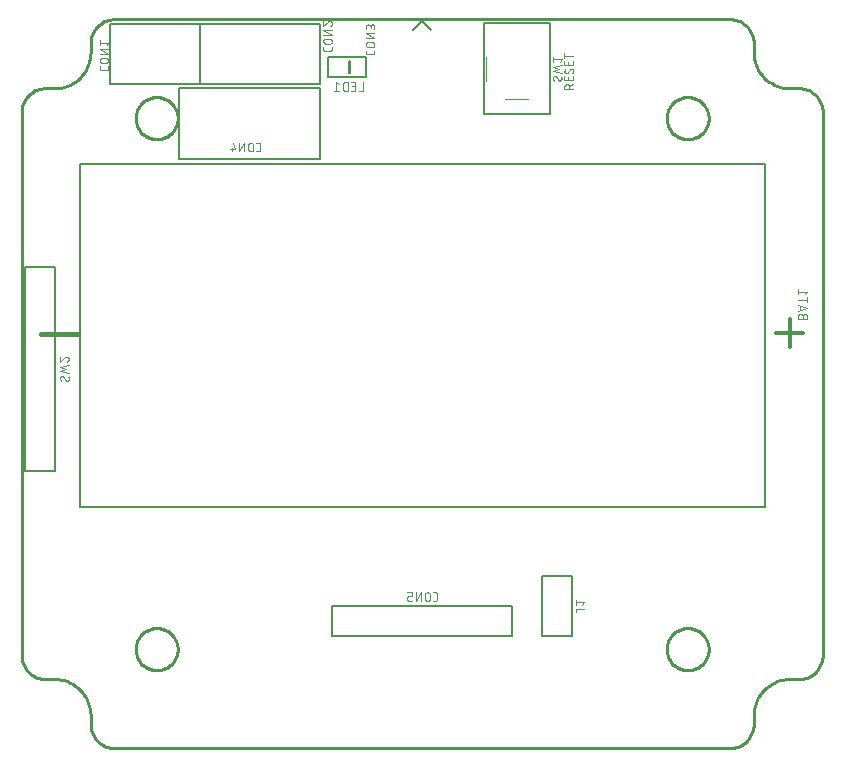
<source format=gbr>
G04 EAGLE Gerber RS-274X export*
G75*
%MOMM*%
%FSLAX34Y34*%
%LPD*%
%INSilkscreen Bottom*%
%IPPOS*%
%AMOC8*
5,1,8,0,0,1.08239X$1,22.5*%
G01*
%ADD10C,0.304800*%
%ADD11C,0.406400*%
%ADD12C,0.076200*%
%ADD13C,0.127000*%
%ADD14C,0.200000*%
%ADD15C,0.254000*%


D10*
X650155Y339598D02*
X650155Y362966D01*
X638471Y351282D02*
X661839Y351282D01*
D11*
X47498Y350407D02*
X16341Y350407D01*
D12*
X459613Y557911D02*
X466979Y557911D01*
X459613Y557911D02*
X459613Y559957D01*
X459615Y560046D01*
X459621Y560135D01*
X459631Y560224D01*
X459644Y560312D01*
X459661Y560400D01*
X459683Y560487D01*
X459708Y560572D01*
X459736Y560657D01*
X459769Y560740D01*
X459805Y560822D01*
X459844Y560902D01*
X459887Y560980D01*
X459933Y561056D01*
X459983Y561131D01*
X460036Y561203D01*
X460092Y561272D01*
X460151Y561339D01*
X460212Y561404D01*
X460277Y561465D01*
X460344Y561524D01*
X460413Y561580D01*
X460485Y561633D01*
X460560Y561683D01*
X460636Y561729D01*
X460714Y561772D01*
X460794Y561811D01*
X460876Y561847D01*
X460959Y561880D01*
X461044Y561908D01*
X461129Y561933D01*
X461216Y561955D01*
X461304Y561972D01*
X461392Y561985D01*
X461481Y561995D01*
X461570Y562001D01*
X461659Y562003D01*
X461748Y562001D01*
X461837Y561995D01*
X461926Y561985D01*
X462014Y561972D01*
X462102Y561955D01*
X462189Y561933D01*
X462274Y561908D01*
X462359Y561880D01*
X462442Y561847D01*
X462524Y561811D01*
X462604Y561772D01*
X462682Y561729D01*
X462758Y561683D01*
X462833Y561633D01*
X462905Y561580D01*
X462974Y561524D01*
X463041Y561465D01*
X463106Y561404D01*
X463167Y561339D01*
X463226Y561272D01*
X463282Y561203D01*
X463335Y561131D01*
X463385Y561056D01*
X463431Y560980D01*
X463474Y560902D01*
X463513Y560822D01*
X463549Y560740D01*
X463582Y560657D01*
X463610Y560572D01*
X463635Y560487D01*
X463657Y560400D01*
X463674Y560312D01*
X463687Y560224D01*
X463697Y560135D01*
X463703Y560046D01*
X463705Y559957D01*
X463705Y557911D01*
X463705Y560366D02*
X466979Y562003D01*
X466979Y565435D02*
X466979Y568708D01*
X466979Y565435D02*
X459613Y565435D01*
X459613Y568708D01*
X462887Y567890D02*
X462887Y565435D01*
X466979Y573726D02*
X466977Y573804D01*
X466972Y573882D01*
X466962Y573959D01*
X466949Y574036D01*
X466933Y574112D01*
X466913Y574187D01*
X466889Y574261D01*
X466862Y574334D01*
X466831Y574406D01*
X466797Y574476D01*
X466760Y574545D01*
X466719Y574611D01*
X466675Y574676D01*
X466629Y574738D01*
X466579Y574798D01*
X466527Y574856D01*
X466472Y574911D01*
X466414Y574963D01*
X466354Y575013D01*
X466292Y575059D01*
X466227Y575103D01*
X466161Y575144D01*
X466092Y575181D01*
X466022Y575215D01*
X465950Y575246D01*
X465877Y575273D01*
X465803Y575297D01*
X465728Y575317D01*
X465652Y575333D01*
X465575Y575346D01*
X465498Y575356D01*
X465420Y575361D01*
X465342Y575363D01*
X466979Y573726D02*
X466977Y573612D01*
X466972Y573499D01*
X466962Y573385D01*
X466949Y573272D01*
X466932Y573160D01*
X466912Y573048D01*
X466888Y572937D01*
X466860Y572826D01*
X466829Y572717D01*
X466794Y572609D01*
X466755Y572502D01*
X466713Y572396D01*
X466668Y572292D01*
X466619Y572189D01*
X466566Y572088D01*
X466511Y571989D01*
X466452Y571891D01*
X466390Y571796D01*
X466325Y571703D01*
X466257Y571611D01*
X466186Y571523D01*
X466112Y571436D01*
X466035Y571352D01*
X465956Y571271D01*
X461250Y571476D02*
X461172Y571478D01*
X461094Y571483D01*
X461017Y571493D01*
X460940Y571506D01*
X460864Y571522D01*
X460789Y571542D01*
X460715Y571566D01*
X460642Y571593D01*
X460570Y571624D01*
X460500Y571658D01*
X460432Y571695D01*
X460365Y571736D01*
X460300Y571780D01*
X460238Y571826D01*
X460178Y571876D01*
X460120Y571928D01*
X460065Y571983D01*
X460013Y572041D01*
X459963Y572101D01*
X459917Y572163D01*
X459873Y572228D01*
X459832Y572295D01*
X459795Y572363D01*
X459761Y572433D01*
X459730Y572505D01*
X459703Y572578D01*
X459679Y572652D01*
X459659Y572727D01*
X459643Y572803D01*
X459630Y572880D01*
X459620Y572957D01*
X459615Y573035D01*
X459613Y573113D01*
X459615Y573223D01*
X459621Y573332D01*
X459631Y573442D01*
X459644Y573550D01*
X459662Y573659D01*
X459683Y573766D01*
X459709Y573873D01*
X459738Y573979D01*
X459770Y574084D01*
X459807Y574187D01*
X459847Y574289D01*
X459891Y574390D01*
X459939Y574489D01*
X459989Y574586D01*
X460044Y574681D01*
X460102Y574774D01*
X460163Y574865D01*
X460227Y574954D01*
X462682Y572294D02*
X462640Y572228D01*
X462596Y572163D01*
X462548Y572101D01*
X462498Y572041D01*
X462445Y571983D01*
X462389Y571928D01*
X462331Y571875D01*
X462270Y571826D01*
X462207Y571779D01*
X462142Y571735D01*
X462075Y571695D01*
X462006Y571658D01*
X461935Y571624D01*
X461863Y571593D01*
X461789Y571566D01*
X461714Y571542D01*
X461639Y571522D01*
X461562Y571506D01*
X461485Y571493D01*
X461407Y571483D01*
X461328Y571478D01*
X461250Y571476D01*
X463909Y574545D02*
X463951Y574612D01*
X463995Y574677D01*
X464043Y574739D01*
X464093Y574799D01*
X464146Y574857D01*
X464202Y574912D01*
X464261Y574964D01*
X464321Y575014D01*
X464385Y575061D01*
X464450Y575104D01*
X464517Y575145D01*
X464586Y575182D01*
X464657Y575216D01*
X464729Y575247D01*
X464803Y575274D01*
X464877Y575298D01*
X464953Y575318D01*
X465030Y575334D01*
X465107Y575347D01*
X465185Y575357D01*
X465264Y575362D01*
X465342Y575364D01*
X463910Y574545D02*
X462682Y572294D01*
X466979Y578602D02*
X466979Y581876D01*
X466979Y578602D02*
X459613Y578602D01*
X459613Y581876D01*
X462887Y581057D02*
X462887Y578602D01*
X459613Y586241D02*
X466979Y586241D01*
X459613Y584195D02*
X459613Y588287D01*
D13*
X346710Y608330D02*
X339090Y615950D01*
X331470Y608330D01*
D12*
X291387Y590699D02*
X291387Y589062D01*
X291389Y588984D01*
X291394Y588906D01*
X291404Y588829D01*
X291417Y588752D01*
X291433Y588676D01*
X291453Y588601D01*
X291477Y588527D01*
X291504Y588454D01*
X291535Y588382D01*
X291569Y588312D01*
X291606Y588244D01*
X291647Y588177D01*
X291691Y588112D01*
X291737Y588050D01*
X291787Y587990D01*
X291839Y587932D01*
X291894Y587877D01*
X291952Y587825D01*
X292012Y587775D01*
X292074Y587729D01*
X292139Y587685D01*
X292206Y587644D01*
X292274Y587607D01*
X292344Y587573D01*
X292416Y587542D01*
X292489Y587515D01*
X292563Y587491D01*
X292638Y587471D01*
X292714Y587455D01*
X292791Y587442D01*
X292868Y587432D01*
X292946Y587427D01*
X293024Y587425D01*
X297116Y587425D01*
X297194Y587427D01*
X297272Y587432D01*
X297349Y587442D01*
X297426Y587455D01*
X297502Y587471D01*
X297577Y587491D01*
X297651Y587515D01*
X297724Y587542D01*
X297796Y587573D01*
X297866Y587607D01*
X297935Y587644D01*
X298001Y587685D01*
X298066Y587729D01*
X298128Y587775D01*
X298188Y587825D01*
X298246Y587877D01*
X298301Y587932D01*
X298353Y587990D01*
X298403Y588050D01*
X298449Y588112D01*
X298493Y588177D01*
X298534Y588244D01*
X298571Y588312D01*
X298605Y588382D01*
X298636Y588454D01*
X298663Y588527D01*
X298687Y588601D01*
X298707Y588676D01*
X298723Y588752D01*
X298736Y588829D01*
X298746Y588906D01*
X298751Y588984D01*
X298753Y589062D01*
X298753Y590699D01*
X296707Y593544D02*
X293433Y593544D01*
X296707Y593544D02*
X296796Y593546D01*
X296885Y593552D01*
X296974Y593562D01*
X297062Y593575D01*
X297150Y593592D01*
X297237Y593614D01*
X297322Y593639D01*
X297407Y593667D01*
X297490Y593700D01*
X297572Y593736D01*
X297652Y593775D01*
X297730Y593818D01*
X297806Y593864D01*
X297881Y593914D01*
X297953Y593967D01*
X298022Y594023D01*
X298089Y594082D01*
X298154Y594143D01*
X298215Y594208D01*
X298274Y594275D01*
X298330Y594344D01*
X298383Y594416D01*
X298433Y594491D01*
X298479Y594567D01*
X298522Y594645D01*
X298561Y594725D01*
X298597Y594807D01*
X298630Y594890D01*
X298658Y594975D01*
X298683Y595060D01*
X298705Y595147D01*
X298722Y595235D01*
X298735Y595323D01*
X298745Y595412D01*
X298751Y595501D01*
X298753Y595590D01*
X298751Y595679D01*
X298745Y595768D01*
X298735Y595857D01*
X298722Y595945D01*
X298705Y596033D01*
X298683Y596120D01*
X298658Y596205D01*
X298630Y596290D01*
X298597Y596373D01*
X298561Y596455D01*
X298522Y596535D01*
X298479Y596613D01*
X298433Y596689D01*
X298383Y596764D01*
X298330Y596836D01*
X298274Y596905D01*
X298215Y596972D01*
X298154Y597037D01*
X298089Y597098D01*
X298022Y597157D01*
X297953Y597213D01*
X297881Y597266D01*
X297806Y597316D01*
X297730Y597362D01*
X297652Y597405D01*
X297572Y597444D01*
X297490Y597480D01*
X297407Y597513D01*
X297322Y597541D01*
X297237Y597566D01*
X297150Y597588D01*
X297062Y597605D01*
X296974Y597618D01*
X296885Y597628D01*
X296796Y597634D01*
X296707Y597636D01*
X296707Y597637D02*
X293433Y597637D01*
X293433Y597636D02*
X293344Y597634D01*
X293255Y597628D01*
X293166Y597618D01*
X293078Y597605D01*
X292990Y597588D01*
X292903Y597566D01*
X292818Y597541D01*
X292733Y597513D01*
X292650Y597480D01*
X292568Y597444D01*
X292488Y597405D01*
X292410Y597362D01*
X292334Y597316D01*
X292259Y597266D01*
X292187Y597213D01*
X292118Y597157D01*
X292051Y597098D01*
X291986Y597037D01*
X291925Y596972D01*
X291866Y596905D01*
X291810Y596836D01*
X291757Y596764D01*
X291707Y596689D01*
X291661Y596613D01*
X291618Y596535D01*
X291579Y596455D01*
X291543Y596373D01*
X291510Y596290D01*
X291482Y596205D01*
X291457Y596120D01*
X291435Y596033D01*
X291418Y595945D01*
X291405Y595857D01*
X291395Y595768D01*
X291389Y595679D01*
X291387Y595590D01*
X291389Y595501D01*
X291395Y595412D01*
X291405Y595323D01*
X291418Y595235D01*
X291435Y595147D01*
X291457Y595060D01*
X291482Y594975D01*
X291510Y594890D01*
X291543Y594807D01*
X291579Y594725D01*
X291618Y594645D01*
X291661Y594567D01*
X291707Y594491D01*
X291757Y594416D01*
X291810Y594344D01*
X291866Y594275D01*
X291925Y594208D01*
X291986Y594143D01*
X292051Y594082D01*
X292118Y594023D01*
X292187Y593967D01*
X292259Y593914D01*
X292334Y593864D01*
X292410Y593818D01*
X292488Y593775D01*
X292568Y593736D01*
X292650Y593700D01*
X292733Y593667D01*
X292818Y593639D01*
X292903Y593614D01*
X292990Y593592D01*
X293078Y593575D01*
X293166Y593562D01*
X293255Y593552D01*
X293344Y593546D01*
X293433Y593544D01*
X291387Y601103D02*
X298753Y601103D01*
X291387Y605196D01*
X298753Y605196D01*
X291387Y608662D02*
X291387Y610709D01*
X291389Y610798D01*
X291395Y610887D01*
X291405Y610976D01*
X291418Y611064D01*
X291435Y611152D01*
X291457Y611239D01*
X291482Y611324D01*
X291510Y611409D01*
X291543Y611492D01*
X291579Y611574D01*
X291618Y611654D01*
X291661Y611732D01*
X291707Y611808D01*
X291757Y611883D01*
X291810Y611955D01*
X291866Y612024D01*
X291925Y612091D01*
X291986Y612156D01*
X292051Y612217D01*
X292118Y612276D01*
X292187Y612332D01*
X292259Y612385D01*
X292334Y612435D01*
X292410Y612481D01*
X292488Y612524D01*
X292568Y612563D01*
X292650Y612599D01*
X292733Y612632D01*
X292818Y612660D01*
X292903Y612685D01*
X292990Y612707D01*
X293078Y612724D01*
X293166Y612737D01*
X293255Y612747D01*
X293344Y612753D01*
X293433Y612755D01*
X293522Y612753D01*
X293611Y612747D01*
X293700Y612737D01*
X293788Y612724D01*
X293876Y612707D01*
X293963Y612685D01*
X294048Y612660D01*
X294133Y612632D01*
X294216Y612599D01*
X294298Y612563D01*
X294378Y612524D01*
X294456Y612481D01*
X294532Y612435D01*
X294607Y612385D01*
X294679Y612332D01*
X294748Y612276D01*
X294815Y612217D01*
X294880Y612156D01*
X294941Y612091D01*
X295000Y612024D01*
X295056Y611955D01*
X295109Y611883D01*
X295159Y611808D01*
X295205Y611732D01*
X295248Y611654D01*
X295287Y611574D01*
X295323Y611492D01*
X295356Y611409D01*
X295384Y611324D01*
X295409Y611239D01*
X295431Y611152D01*
X295448Y611064D01*
X295461Y610976D01*
X295471Y610887D01*
X295477Y610798D01*
X295479Y610709D01*
X298753Y611118D02*
X298753Y608662D01*
X298753Y611118D02*
X298751Y611197D01*
X298745Y611276D01*
X298736Y611355D01*
X298723Y611433D01*
X298705Y611510D01*
X298685Y611586D01*
X298660Y611661D01*
X298632Y611735D01*
X298601Y611808D01*
X298565Y611879D01*
X298527Y611948D01*
X298485Y612015D01*
X298440Y612080D01*
X298392Y612143D01*
X298341Y612204D01*
X298287Y612261D01*
X298231Y612317D01*
X298172Y612369D01*
X298110Y612419D01*
X298046Y612465D01*
X297980Y612509D01*
X297912Y612549D01*
X297842Y612585D01*
X297770Y612619D01*
X297696Y612649D01*
X297622Y612675D01*
X297546Y612698D01*
X297469Y612716D01*
X297392Y612732D01*
X297313Y612743D01*
X297235Y612751D01*
X297156Y612755D01*
X297076Y612755D01*
X296997Y612751D01*
X296919Y612743D01*
X296840Y612732D01*
X296763Y612716D01*
X296686Y612698D01*
X296610Y612675D01*
X296536Y612649D01*
X296462Y612619D01*
X296390Y612585D01*
X296320Y612549D01*
X296252Y612509D01*
X296186Y612465D01*
X296122Y612419D01*
X296060Y612369D01*
X296001Y612317D01*
X295945Y612261D01*
X295891Y612204D01*
X295840Y612143D01*
X295792Y612080D01*
X295747Y612015D01*
X295705Y611948D01*
X295667Y611879D01*
X295631Y611808D01*
X295600Y611735D01*
X295572Y611661D01*
X295547Y611586D01*
X295527Y611510D01*
X295509Y611433D01*
X295496Y611355D01*
X295487Y611276D01*
X295481Y611197D01*
X295479Y611118D01*
X295479Y609481D01*
D13*
X151130Y613410D02*
X151130Y562610D01*
X151130Y613410D02*
X74930Y613410D01*
X74930Y562610D01*
X151130Y562610D01*
D12*
X66167Y575712D02*
X66167Y577349D01*
X66167Y575712D02*
X66169Y575634D01*
X66174Y575556D01*
X66184Y575479D01*
X66197Y575402D01*
X66213Y575326D01*
X66233Y575251D01*
X66257Y575177D01*
X66284Y575104D01*
X66315Y575032D01*
X66349Y574962D01*
X66386Y574894D01*
X66427Y574827D01*
X66471Y574762D01*
X66517Y574700D01*
X66567Y574640D01*
X66619Y574582D01*
X66674Y574527D01*
X66732Y574475D01*
X66792Y574425D01*
X66854Y574379D01*
X66919Y574335D01*
X66986Y574294D01*
X67054Y574257D01*
X67124Y574223D01*
X67196Y574192D01*
X67269Y574165D01*
X67343Y574141D01*
X67418Y574121D01*
X67494Y574105D01*
X67571Y574092D01*
X67648Y574082D01*
X67726Y574077D01*
X67804Y574075D01*
X71896Y574075D01*
X71974Y574077D01*
X72052Y574082D01*
X72129Y574092D01*
X72206Y574105D01*
X72282Y574121D01*
X72357Y574141D01*
X72431Y574165D01*
X72504Y574192D01*
X72576Y574223D01*
X72646Y574257D01*
X72715Y574294D01*
X72781Y574335D01*
X72846Y574379D01*
X72908Y574425D01*
X72968Y574475D01*
X73026Y574527D01*
X73081Y574582D01*
X73133Y574640D01*
X73183Y574700D01*
X73229Y574762D01*
X73273Y574827D01*
X73314Y574894D01*
X73351Y574962D01*
X73385Y575032D01*
X73416Y575104D01*
X73443Y575177D01*
X73467Y575251D01*
X73487Y575326D01*
X73503Y575402D01*
X73516Y575479D01*
X73526Y575556D01*
X73531Y575634D01*
X73533Y575712D01*
X73533Y577349D01*
X71487Y580194D02*
X68213Y580194D01*
X71487Y580194D02*
X71576Y580196D01*
X71665Y580202D01*
X71754Y580212D01*
X71842Y580225D01*
X71930Y580242D01*
X72017Y580264D01*
X72102Y580289D01*
X72187Y580317D01*
X72270Y580350D01*
X72352Y580386D01*
X72432Y580425D01*
X72510Y580468D01*
X72586Y580514D01*
X72661Y580564D01*
X72733Y580617D01*
X72802Y580673D01*
X72869Y580732D01*
X72934Y580793D01*
X72995Y580858D01*
X73054Y580925D01*
X73110Y580994D01*
X73163Y581066D01*
X73213Y581141D01*
X73259Y581217D01*
X73302Y581295D01*
X73341Y581375D01*
X73377Y581457D01*
X73410Y581540D01*
X73438Y581625D01*
X73463Y581710D01*
X73485Y581797D01*
X73502Y581885D01*
X73515Y581973D01*
X73525Y582062D01*
X73531Y582151D01*
X73533Y582240D01*
X73531Y582329D01*
X73525Y582418D01*
X73515Y582507D01*
X73502Y582595D01*
X73485Y582683D01*
X73463Y582770D01*
X73438Y582855D01*
X73410Y582940D01*
X73377Y583023D01*
X73341Y583105D01*
X73302Y583185D01*
X73259Y583263D01*
X73213Y583339D01*
X73163Y583414D01*
X73110Y583486D01*
X73054Y583555D01*
X72995Y583622D01*
X72934Y583687D01*
X72869Y583748D01*
X72802Y583807D01*
X72733Y583863D01*
X72661Y583916D01*
X72586Y583966D01*
X72510Y584012D01*
X72432Y584055D01*
X72352Y584094D01*
X72270Y584130D01*
X72187Y584163D01*
X72102Y584191D01*
X72017Y584216D01*
X71930Y584238D01*
X71842Y584255D01*
X71754Y584268D01*
X71665Y584278D01*
X71576Y584284D01*
X71487Y584286D01*
X71487Y584287D02*
X68213Y584287D01*
X68213Y584286D02*
X68124Y584284D01*
X68035Y584278D01*
X67946Y584268D01*
X67858Y584255D01*
X67770Y584238D01*
X67683Y584216D01*
X67598Y584191D01*
X67513Y584163D01*
X67430Y584130D01*
X67348Y584094D01*
X67268Y584055D01*
X67190Y584012D01*
X67114Y583966D01*
X67039Y583916D01*
X66967Y583863D01*
X66898Y583807D01*
X66831Y583748D01*
X66766Y583687D01*
X66705Y583622D01*
X66646Y583555D01*
X66590Y583486D01*
X66537Y583414D01*
X66487Y583339D01*
X66441Y583263D01*
X66398Y583185D01*
X66359Y583105D01*
X66323Y583023D01*
X66290Y582940D01*
X66262Y582855D01*
X66237Y582770D01*
X66215Y582683D01*
X66198Y582595D01*
X66185Y582507D01*
X66175Y582418D01*
X66169Y582329D01*
X66167Y582240D01*
X66169Y582151D01*
X66175Y582062D01*
X66185Y581973D01*
X66198Y581885D01*
X66215Y581797D01*
X66237Y581710D01*
X66262Y581625D01*
X66290Y581540D01*
X66323Y581457D01*
X66359Y581375D01*
X66398Y581295D01*
X66441Y581217D01*
X66487Y581141D01*
X66537Y581066D01*
X66590Y580994D01*
X66646Y580925D01*
X66705Y580858D01*
X66766Y580793D01*
X66831Y580732D01*
X66898Y580673D01*
X66967Y580617D01*
X67039Y580564D01*
X67114Y580514D01*
X67190Y580468D01*
X67268Y580425D01*
X67348Y580386D01*
X67430Y580350D01*
X67513Y580317D01*
X67598Y580289D01*
X67683Y580264D01*
X67770Y580242D01*
X67858Y580225D01*
X67946Y580212D01*
X68035Y580202D01*
X68124Y580196D01*
X68213Y580194D01*
X66167Y587753D02*
X73533Y587753D01*
X66167Y591846D01*
X73533Y591846D01*
X71896Y595312D02*
X73533Y597359D01*
X66167Y597359D01*
X66167Y599405D02*
X66167Y595312D01*
D13*
X133350Y499110D02*
X252730Y499110D01*
X252730Y558800D01*
X133350Y558800D01*
X133350Y499110D01*
D12*
X198835Y505311D02*
X200472Y505311D01*
X200550Y505313D01*
X200628Y505318D01*
X200705Y505328D01*
X200782Y505341D01*
X200858Y505357D01*
X200933Y505377D01*
X201007Y505401D01*
X201080Y505428D01*
X201152Y505459D01*
X201222Y505493D01*
X201291Y505530D01*
X201357Y505571D01*
X201422Y505615D01*
X201484Y505661D01*
X201544Y505711D01*
X201602Y505763D01*
X201657Y505818D01*
X201709Y505876D01*
X201759Y505936D01*
X201805Y505998D01*
X201849Y506063D01*
X201890Y506130D01*
X201927Y506198D01*
X201961Y506268D01*
X201992Y506340D01*
X202019Y506413D01*
X202043Y506487D01*
X202063Y506562D01*
X202079Y506638D01*
X202092Y506715D01*
X202102Y506792D01*
X202107Y506870D01*
X202109Y506948D01*
X202109Y511040D01*
X202107Y511118D01*
X202102Y511196D01*
X202092Y511273D01*
X202079Y511350D01*
X202063Y511426D01*
X202043Y511501D01*
X202019Y511575D01*
X201992Y511648D01*
X201961Y511720D01*
X201927Y511790D01*
X201890Y511859D01*
X201849Y511925D01*
X201805Y511990D01*
X201759Y512052D01*
X201709Y512112D01*
X201657Y512170D01*
X201602Y512225D01*
X201544Y512277D01*
X201484Y512327D01*
X201422Y512373D01*
X201357Y512417D01*
X201291Y512458D01*
X201222Y512495D01*
X201152Y512529D01*
X201080Y512560D01*
X201007Y512587D01*
X200933Y512611D01*
X200858Y512631D01*
X200782Y512647D01*
X200705Y512660D01*
X200628Y512670D01*
X200550Y512675D01*
X200472Y512677D01*
X198835Y512677D01*
X195990Y510631D02*
X195990Y507357D01*
X195990Y510631D02*
X195988Y510720D01*
X195982Y510809D01*
X195972Y510898D01*
X195959Y510986D01*
X195942Y511074D01*
X195920Y511161D01*
X195895Y511246D01*
X195867Y511331D01*
X195834Y511414D01*
X195798Y511496D01*
X195759Y511576D01*
X195716Y511654D01*
X195670Y511730D01*
X195620Y511805D01*
X195567Y511877D01*
X195511Y511946D01*
X195452Y512013D01*
X195391Y512078D01*
X195326Y512139D01*
X195259Y512198D01*
X195190Y512254D01*
X195118Y512307D01*
X195043Y512357D01*
X194967Y512403D01*
X194889Y512446D01*
X194809Y512485D01*
X194727Y512521D01*
X194644Y512554D01*
X194559Y512582D01*
X194474Y512607D01*
X194387Y512629D01*
X194299Y512646D01*
X194211Y512659D01*
X194122Y512669D01*
X194033Y512675D01*
X193944Y512677D01*
X193855Y512675D01*
X193766Y512669D01*
X193677Y512659D01*
X193589Y512646D01*
X193501Y512629D01*
X193414Y512607D01*
X193329Y512582D01*
X193244Y512554D01*
X193161Y512521D01*
X193079Y512485D01*
X192999Y512446D01*
X192921Y512403D01*
X192845Y512357D01*
X192770Y512307D01*
X192698Y512254D01*
X192629Y512198D01*
X192562Y512139D01*
X192497Y512078D01*
X192436Y512013D01*
X192377Y511946D01*
X192321Y511877D01*
X192268Y511805D01*
X192218Y511730D01*
X192172Y511654D01*
X192129Y511576D01*
X192090Y511496D01*
X192054Y511414D01*
X192021Y511331D01*
X191993Y511246D01*
X191968Y511161D01*
X191946Y511074D01*
X191929Y510986D01*
X191916Y510898D01*
X191906Y510809D01*
X191900Y510720D01*
X191898Y510631D01*
X191898Y507357D01*
X191900Y507268D01*
X191906Y507179D01*
X191916Y507090D01*
X191929Y507002D01*
X191946Y506914D01*
X191968Y506827D01*
X191993Y506742D01*
X192021Y506657D01*
X192054Y506574D01*
X192090Y506492D01*
X192129Y506412D01*
X192172Y506334D01*
X192218Y506258D01*
X192268Y506183D01*
X192321Y506111D01*
X192377Y506042D01*
X192436Y505975D01*
X192497Y505910D01*
X192562Y505849D01*
X192629Y505790D01*
X192698Y505734D01*
X192770Y505681D01*
X192845Y505631D01*
X192921Y505585D01*
X192999Y505542D01*
X193079Y505503D01*
X193161Y505467D01*
X193244Y505434D01*
X193329Y505406D01*
X193414Y505381D01*
X193501Y505359D01*
X193589Y505342D01*
X193677Y505329D01*
X193766Y505319D01*
X193855Y505313D01*
X193944Y505311D01*
X194033Y505313D01*
X194122Y505319D01*
X194211Y505329D01*
X194299Y505342D01*
X194387Y505359D01*
X194474Y505381D01*
X194559Y505406D01*
X194644Y505434D01*
X194727Y505467D01*
X194809Y505503D01*
X194889Y505542D01*
X194967Y505585D01*
X195043Y505631D01*
X195118Y505681D01*
X195190Y505734D01*
X195259Y505790D01*
X195326Y505849D01*
X195391Y505910D01*
X195452Y505975D01*
X195511Y506042D01*
X195567Y506111D01*
X195620Y506183D01*
X195670Y506258D01*
X195716Y506334D01*
X195759Y506412D01*
X195798Y506492D01*
X195834Y506574D01*
X195867Y506657D01*
X195895Y506742D01*
X195920Y506827D01*
X195942Y506914D01*
X195959Y507002D01*
X195972Y507090D01*
X195982Y507179D01*
X195988Y507268D01*
X195990Y507357D01*
X188431Y505311D02*
X188431Y512677D01*
X184339Y505311D01*
X184339Y512677D01*
X179235Y512677D02*
X180872Y506948D01*
X176780Y506948D01*
X178007Y508585D02*
X178007Y505311D01*
X409100Y549310D02*
X429100Y549310D01*
X393100Y565310D02*
X393100Y585310D01*
D13*
X391160Y614045D02*
X391160Y536575D01*
X447040Y536575D01*
X447040Y614045D01*
X391160Y614045D01*
D12*
X449807Y567471D02*
X449809Y567549D01*
X449814Y567627D01*
X449824Y567704D01*
X449837Y567781D01*
X449853Y567857D01*
X449873Y567932D01*
X449897Y568006D01*
X449924Y568079D01*
X449955Y568151D01*
X449989Y568221D01*
X450026Y568290D01*
X450067Y568356D01*
X450111Y568421D01*
X450157Y568483D01*
X450207Y568543D01*
X450259Y568601D01*
X450314Y568656D01*
X450372Y568708D01*
X450432Y568758D01*
X450494Y568804D01*
X450559Y568848D01*
X450626Y568889D01*
X450694Y568926D01*
X450764Y568960D01*
X450836Y568991D01*
X450909Y569018D01*
X450983Y569042D01*
X451058Y569062D01*
X451134Y569078D01*
X451211Y569091D01*
X451288Y569101D01*
X451366Y569106D01*
X451444Y569108D01*
X449807Y567471D02*
X449809Y567357D01*
X449814Y567244D01*
X449824Y567130D01*
X449837Y567017D01*
X449854Y566905D01*
X449874Y566793D01*
X449898Y566682D01*
X449926Y566571D01*
X449957Y566462D01*
X449992Y566354D01*
X450031Y566247D01*
X450073Y566141D01*
X450118Y566037D01*
X450167Y565934D01*
X450220Y565833D01*
X450275Y565734D01*
X450334Y565636D01*
X450396Y565541D01*
X450461Y565448D01*
X450529Y565356D01*
X450600Y565268D01*
X450674Y565181D01*
X450751Y565097D01*
X450830Y565016D01*
X455536Y565220D02*
X455614Y565222D01*
X455692Y565227D01*
X455769Y565237D01*
X455846Y565250D01*
X455922Y565266D01*
X455997Y565286D01*
X456071Y565310D01*
X456144Y565337D01*
X456216Y565368D01*
X456286Y565402D01*
X456355Y565439D01*
X456421Y565480D01*
X456486Y565524D01*
X456548Y565570D01*
X456608Y565620D01*
X456666Y565672D01*
X456721Y565727D01*
X456773Y565785D01*
X456823Y565845D01*
X456869Y565907D01*
X456913Y565972D01*
X456954Y566039D01*
X456991Y566107D01*
X457025Y566177D01*
X457056Y566249D01*
X457083Y566322D01*
X457107Y566396D01*
X457127Y566471D01*
X457143Y566547D01*
X457156Y566624D01*
X457166Y566701D01*
X457171Y566779D01*
X457173Y566857D01*
X457171Y566967D01*
X457165Y567076D01*
X457155Y567186D01*
X457142Y567294D01*
X457124Y567403D01*
X457103Y567510D01*
X457077Y567617D01*
X457048Y567723D01*
X457016Y567828D01*
X456979Y567931D01*
X456939Y568033D01*
X456895Y568134D01*
X456847Y568233D01*
X456797Y568330D01*
X456742Y568425D01*
X456684Y568518D01*
X456623Y568609D01*
X456559Y568698D01*
X454103Y566038D02*
X454145Y565971D01*
X454189Y565906D01*
X454237Y565844D01*
X454287Y565784D01*
X454340Y565726D01*
X454396Y565671D01*
X454455Y565619D01*
X454515Y565569D01*
X454579Y565522D01*
X454644Y565479D01*
X454711Y565438D01*
X454780Y565401D01*
X454851Y565367D01*
X454923Y565336D01*
X454997Y565309D01*
X455071Y565285D01*
X455147Y565265D01*
X455224Y565249D01*
X455301Y565236D01*
X455379Y565226D01*
X455458Y565221D01*
X455536Y565219D01*
X452876Y568289D02*
X452834Y568355D01*
X452790Y568420D01*
X452743Y568482D01*
X452692Y568542D01*
X452639Y568600D01*
X452583Y568655D01*
X452525Y568708D01*
X452464Y568757D01*
X452401Y568804D01*
X452336Y568847D01*
X452269Y568888D01*
X452200Y568925D01*
X452129Y568959D01*
X452057Y568990D01*
X451983Y569017D01*
X451908Y569041D01*
X451833Y569061D01*
X451756Y569077D01*
X451679Y569090D01*
X451601Y569100D01*
X451522Y569105D01*
X451444Y569107D01*
X452876Y568289D02*
X454104Y566038D01*
X457173Y571834D02*
X449807Y573471D01*
X454718Y575108D01*
X449807Y576745D01*
X457173Y578382D01*
X455536Y581353D02*
X457173Y583399D01*
X449807Y583399D01*
X449807Y581353D02*
X449807Y585445D01*
D14*
X629090Y494250D02*
X49090Y494250D01*
X49090Y204250D01*
X629090Y204250D01*
X629090Y494250D01*
D12*
X661659Y365776D02*
X661659Y363730D01*
X661659Y365776D02*
X661657Y365865D01*
X661651Y365954D01*
X661641Y366043D01*
X661628Y366131D01*
X661611Y366219D01*
X661589Y366306D01*
X661564Y366391D01*
X661536Y366476D01*
X661503Y366559D01*
X661467Y366641D01*
X661428Y366721D01*
X661385Y366799D01*
X661339Y366875D01*
X661289Y366950D01*
X661236Y367022D01*
X661180Y367091D01*
X661121Y367158D01*
X661060Y367223D01*
X660995Y367284D01*
X660928Y367343D01*
X660859Y367399D01*
X660787Y367452D01*
X660712Y367502D01*
X660636Y367548D01*
X660558Y367591D01*
X660478Y367630D01*
X660396Y367666D01*
X660313Y367699D01*
X660228Y367727D01*
X660143Y367752D01*
X660056Y367774D01*
X659968Y367791D01*
X659880Y367804D01*
X659791Y367814D01*
X659702Y367820D01*
X659613Y367822D01*
X659524Y367820D01*
X659435Y367814D01*
X659346Y367804D01*
X659258Y367791D01*
X659170Y367774D01*
X659083Y367752D01*
X658998Y367727D01*
X658913Y367699D01*
X658830Y367666D01*
X658748Y367630D01*
X658668Y367591D01*
X658590Y367548D01*
X658514Y367502D01*
X658439Y367452D01*
X658367Y367399D01*
X658298Y367343D01*
X658231Y367284D01*
X658166Y367223D01*
X658105Y367158D01*
X658046Y367091D01*
X657990Y367022D01*
X657937Y366950D01*
X657887Y366875D01*
X657841Y366799D01*
X657798Y366721D01*
X657759Y366641D01*
X657723Y366559D01*
X657690Y366476D01*
X657662Y366391D01*
X657637Y366306D01*
X657615Y366219D01*
X657598Y366131D01*
X657585Y366043D01*
X657575Y365954D01*
X657569Y365865D01*
X657567Y365776D01*
X657567Y363730D01*
X664933Y363730D01*
X664933Y365776D01*
X664931Y365855D01*
X664925Y365934D01*
X664916Y366013D01*
X664903Y366091D01*
X664885Y366168D01*
X664865Y366244D01*
X664840Y366319D01*
X664812Y366393D01*
X664781Y366466D01*
X664745Y366537D01*
X664707Y366606D01*
X664665Y366673D01*
X664620Y366738D01*
X664572Y366801D01*
X664521Y366862D01*
X664467Y366919D01*
X664411Y366975D01*
X664352Y367027D01*
X664290Y367077D01*
X664226Y367123D01*
X664160Y367167D01*
X664092Y367207D01*
X664022Y367243D01*
X663950Y367277D01*
X663876Y367307D01*
X663802Y367333D01*
X663726Y367356D01*
X663649Y367374D01*
X663572Y367390D01*
X663493Y367401D01*
X663415Y367409D01*
X663336Y367413D01*
X663256Y367413D01*
X663177Y367409D01*
X663099Y367401D01*
X663020Y367390D01*
X662943Y367374D01*
X662866Y367356D01*
X662790Y367333D01*
X662716Y367307D01*
X662642Y367277D01*
X662570Y367243D01*
X662500Y367207D01*
X662432Y367167D01*
X662366Y367123D01*
X662302Y367077D01*
X662240Y367027D01*
X662181Y366975D01*
X662125Y366919D01*
X662071Y366862D01*
X662020Y366801D01*
X661972Y366738D01*
X661927Y366673D01*
X661885Y366606D01*
X661847Y366537D01*
X661811Y366466D01*
X661780Y366393D01*
X661752Y366319D01*
X661727Y366244D01*
X661707Y366168D01*
X661689Y366091D01*
X661676Y366013D01*
X661667Y365934D01*
X661661Y365855D01*
X661659Y365776D01*
X657567Y370274D02*
X664933Y372729D01*
X657567Y375185D01*
X659409Y374571D02*
X659409Y370888D01*
X657567Y379557D02*
X664933Y379557D01*
X664933Y377511D02*
X664933Y381603D01*
X663296Y384338D02*
X664933Y386384D01*
X657567Y386384D01*
X657567Y384338D02*
X657567Y388430D01*
D13*
X291465Y584835D02*
X259715Y584835D01*
X259715Y568325D01*
X291465Y568325D01*
X291465Y584835D01*
X278130Y581660D02*
X276860Y581660D01*
X276860Y571500D01*
X278130Y571500D01*
X278130Y581660D01*
D12*
X288868Y563983D02*
X288868Y556617D01*
X285594Y556617D01*
X282528Y556617D02*
X279254Y556617D01*
X282528Y556617D02*
X282528Y563983D01*
X279254Y563983D01*
X280072Y560709D02*
X282528Y560709D01*
X276204Y563983D02*
X276204Y556617D01*
X276204Y563983D02*
X274158Y563983D01*
X274069Y563981D01*
X273980Y563975D01*
X273891Y563965D01*
X273803Y563952D01*
X273715Y563935D01*
X273628Y563913D01*
X273543Y563888D01*
X273458Y563860D01*
X273375Y563827D01*
X273293Y563791D01*
X273213Y563752D01*
X273135Y563709D01*
X273059Y563663D01*
X272984Y563613D01*
X272912Y563560D01*
X272843Y563504D01*
X272776Y563445D01*
X272711Y563384D01*
X272650Y563319D01*
X272591Y563252D01*
X272535Y563183D01*
X272482Y563111D01*
X272432Y563036D01*
X272386Y562960D01*
X272343Y562882D01*
X272304Y562802D01*
X272268Y562720D01*
X272235Y562637D01*
X272207Y562552D01*
X272182Y562467D01*
X272160Y562380D01*
X272143Y562292D01*
X272130Y562204D01*
X272120Y562115D01*
X272114Y562026D01*
X272112Y561937D01*
X272111Y561937D02*
X272111Y558663D01*
X272112Y558663D02*
X272114Y558574D01*
X272120Y558485D01*
X272130Y558396D01*
X272143Y558308D01*
X272160Y558220D01*
X272182Y558133D01*
X272207Y558048D01*
X272235Y557963D01*
X272268Y557880D01*
X272304Y557798D01*
X272343Y557718D01*
X272386Y557640D01*
X272432Y557564D01*
X272482Y557489D01*
X272535Y557417D01*
X272591Y557348D01*
X272650Y557281D01*
X272711Y557216D01*
X272776Y557155D01*
X272843Y557096D01*
X272912Y557040D01*
X272984Y556987D01*
X273059Y556937D01*
X273135Y556891D01*
X273213Y556848D01*
X273293Y556809D01*
X273375Y556773D01*
X273458Y556740D01*
X273543Y556712D01*
X273628Y556687D01*
X273715Y556665D01*
X273803Y556648D01*
X273891Y556635D01*
X273980Y556625D01*
X274069Y556619D01*
X274158Y556617D01*
X276204Y556617D01*
X268645Y562346D02*
X266599Y563983D01*
X266599Y556617D01*
X268645Y556617D02*
X264552Y556617D01*
D13*
X440690Y146050D02*
X466090Y146050D01*
X440690Y146050D02*
X440690Y95250D01*
X466090Y95250D01*
X466090Y146050D01*
D12*
X470694Y118044D02*
X476423Y118044D01*
X470694Y118044D02*
X470616Y118042D01*
X470538Y118037D01*
X470461Y118027D01*
X470384Y118014D01*
X470308Y117998D01*
X470233Y117978D01*
X470159Y117954D01*
X470086Y117927D01*
X470014Y117896D01*
X469944Y117862D01*
X469876Y117825D01*
X469809Y117784D01*
X469744Y117740D01*
X469682Y117694D01*
X469622Y117644D01*
X469564Y117592D01*
X469509Y117537D01*
X469457Y117479D01*
X469407Y117419D01*
X469361Y117357D01*
X469317Y117292D01*
X469276Y117226D01*
X469239Y117157D01*
X469205Y117087D01*
X469174Y117015D01*
X469147Y116942D01*
X469123Y116868D01*
X469103Y116793D01*
X469087Y116717D01*
X469074Y116640D01*
X469064Y116563D01*
X469059Y116485D01*
X469057Y116407D01*
X469057Y115589D01*
X474786Y121479D02*
X476423Y123525D01*
X469057Y123525D01*
X469057Y121479D02*
X469057Y125571D01*
D13*
X27940Y234950D02*
X27940Y407670D01*
X2540Y407670D01*
X2540Y234950D01*
X27940Y234950D01*
D12*
X32701Y313431D02*
X32703Y313509D01*
X32708Y313587D01*
X32718Y313664D01*
X32731Y313741D01*
X32747Y313817D01*
X32767Y313892D01*
X32791Y313966D01*
X32818Y314039D01*
X32849Y314111D01*
X32883Y314181D01*
X32920Y314250D01*
X32961Y314316D01*
X33005Y314381D01*
X33051Y314443D01*
X33101Y314503D01*
X33153Y314561D01*
X33208Y314616D01*
X33266Y314668D01*
X33326Y314718D01*
X33388Y314764D01*
X33453Y314808D01*
X33520Y314849D01*
X33588Y314886D01*
X33658Y314920D01*
X33730Y314951D01*
X33803Y314978D01*
X33877Y315002D01*
X33952Y315022D01*
X34028Y315038D01*
X34105Y315051D01*
X34182Y315061D01*
X34260Y315066D01*
X34338Y315068D01*
X32701Y313431D02*
X32703Y313317D01*
X32708Y313204D01*
X32718Y313090D01*
X32731Y312977D01*
X32748Y312865D01*
X32768Y312753D01*
X32792Y312642D01*
X32820Y312531D01*
X32851Y312422D01*
X32886Y312314D01*
X32925Y312207D01*
X32967Y312101D01*
X33012Y311997D01*
X33061Y311894D01*
X33114Y311793D01*
X33169Y311694D01*
X33228Y311596D01*
X33290Y311501D01*
X33355Y311408D01*
X33423Y311316D01*
X33494Y311228D01*
X33568Y311141D01*
X33645Y311057D01*
X33724Y310976D01*
X38430Y311180D02*
X38508Y311182D01*
X38586Y311187D01*
X38663Y311197D01*
X38740Y311210D01*
X38816Y311226D01*
X38891Y311246D01*
X38965Y311270D01*
X39038Y311297D01*
X39110Y311328D01*
X39180Y311362D01*
X39249Y311399D01*
X39315Y311440D01*
X39380Y311484D01*
X39442Y311530D01*
X39502Y311580D01*
X39560Y311632D01*
X39615Y311687D01*
X39667Y311745D01*
X39717Y311805D01*
X39763Y311867D01*
X39807Y311932D01*
X39848Y311999D01*
X39885Y312067D01*
X39919Y312137D01*
X39950Y312209D01*
X39977Y312282D01*
X40001Y312356D01*
X40021Y312431D01*
X40037Y312507D01*
X40050Y312584D01*
X40060Y312661D01*
X40065Y312739D01*
X40067Y312817D01*
X40065Y312927D01*
X40059Y313036D01*
X40049Y313146D01*
X40036Y313254D01*
X40018Y313363D01*
X39997Y313470D01*
X39971Y313577D01*
X39942Y313683D01*
X39910Y313788D01*
X39873Y313891D01*
X39833Y313993D01*
X39789Y314094D01*
X39741Y314193D01*
X39691Y314290D01*
X39636Y314385D01*
X39578Y314478D01*
X39517Y314569D01*
X39453Y314658D01*
X36997Y311999D02*
X37039Y311932D01*
X37083Y311867D01*
X37131Y311805D01*
X37181Y311745D01*
X37234Y311687D01*
X37290Y311632D01*
X37349Y311580D01*
X37409Y311530D01*
X37473Y311483D01*
X37538Y311440D01*
X37605Y311399D01*
X37674Y311362D01*
X37745Y311328D01*
X37817Y311297D01*
X37891Y311270D01*
X37965Y311246D01*
X38041Y311226D01*
X38118Y311210D01*
X38195Y311197D01*
X38273Y311187D01*
X38352Y311182D01*
X38430Y311180D01*
X35770Y314250D02*
X35728Y314316D01*
X35684Y314381D01*
X35637Y314443D01*
X35586Y314503D01*
X35533Y314561D01*
X35477Y314616D01*
X35419Y314669D01*
X35358Y314718D01*
X35295Y314765D01*
X35230Y314808D01*
X35163Y314849D01*
X35094Y314886D01*
X35023Y314920D01*
X34951Y314951D01*
X34877Y314978D01*
X34802Y315002D01*
X34727Y315022D01*
X34650Y315038D01*
X34573Y315051D01*
X34495Y315061D01*
X34416Y315066D01*
X34338Y315068D01*
X35770Y314250D02*
X36998Y311999D01*
X40067Y317795D02*
X32701Y319432D01*
X37612Y321069D01*
X32701Y322706D01*
X40067Y324343D01*
X40068Y329564D02*
X40066Y329649D01*
X40060Y329734D01*
X40050Y329818D01*
X40037Y329902D01*
X40019Y329986D01*
X39998Y330068D01*
X39973Y330149D01*
X39944Y330229D01*
X39911Y330308D01*
X39875Y330385D01*
X39835Y330460D01*
X39792Y330534D01*
X39746Y330605D01*
X39696Y330674D01*
X39643Y330741D01*
X39587Y330805D01*
X39528Y330866D01*
X39467Y330925D01*
X39403Y330981D01*
X39336Y331034D01*
X39267Y331084D01*
X39196Y331130D01*
X39122Y331173D01*
X39047Y331213D01*
X38970Y331249D01*
X38891Y331282D01*
X38811Y331311D01*
X38730Y331336D01*
X38648Y331357D01*
X38564Y331375D01*
X38480Y331388D01*
X38396Y331398D01*
X38311Y331404D01*
X38226Y331406D01*
X40067Y329564D02*
X40065Y329468D01*
X40059Y329372D01*
X40049Y329277D01*
X40036Y329182D01*
X40018Y329087D01*
X39997Y328994D01*
X39972Y328901D01*
X39943Y328810D01*
X39911Y328719D01*
X39875Y328630D01*
X39835Y328543D01*
X39792Y328457D01*
X39746Y328373D01*
X39696Y328291D01*
X39642Y328211D01*
X39586Y328134D01*
X39526Y328059D01*
X39464Y327986D01*
X39398Y327916D01*
X39330Y327848D01*
X39259Y327783D01*
X39186Y327722D01*
X39110Y327663D01*
X39031Y327607D01*
X38951Y327555D01*
X38868Y327506D01*
X38784Y327460D01*
X38698Y327418D01*
X38610Y327380D01*
X38521Y327345D01*
X38430Y327313D01*
X36794Y330792D02*
X36853Y330852D01*
X36915Y330909D01*
X36979Y330964D01*
X37046Y331015D01*
X37115Y331064D01*
X37185Y331110D01*
X37258Y331153D01*
X37332Y331193D01*
X37408Y331229D01*
X37486Y331262D01*
X37565Y331292D01*
X37645Y331319D01*
X37726Y331342D01*
X37808Y331361D01*
X37890Y331377D01*
X37974Y331390D01*
X38058Y331399D01*
X38142Y331404D01*
X38226Y331406D01*
X36793Y330792D02*
X32701Y327313D01*
X32701Y331406D01*
D13*
X262890Y120650D02*
X415290Y120650D01*
X262890Y120650D02*
X262890Y95250D01*
X415290Y95250D01*
X415290Y120650D01*
D12*
X350118Y124587D02*
X348481Y124587D01*
X350118Y124587D02*
X350196Y124589D01*
X350274Y124594D01*
X350351Y124604D01*
X350428Y124617D01*
X350504Y124633D01*
X350579Y124653D01*
X350653Y124677D01*
X350726Y124704D01*
X350798Y124735D01*
X350868Y124769D01*
X350937Y124806D01*
X351003Y124847D01*
X351068Y124891D01*
X351130Y124937D01*
X351190Y124987D01*
X351248Y125039D01*
X351303Y125094D01*
X351355Y125152D01*
X351405Y125212D01*
X351451Y125274D01*
X351495Y125339D01*
X351536Y125406D01*
X351573Y125474D01*
X351607Y125544D01*
X351638Y125616D01*
X351665Y125689D01*
X351689Y125763D01*
X351709Y125838D01*
X351725Y125914D01*
X351738Y125991D01*
X351748Y126068D01*
X351753Y126146D01*
X351755Y126224D01*
X351755Y130316D01*
X351753Y130394D01*
X351748Y130472D01*
X351738Y130549D01*
X351725Y130626D01*
X351709Y130702D01*
X351689Y130777D01*
X351665Y130851D01*
X351638Y130924D01*
X351607Y130996D01*
X351573Y131066D01*
X351536Y131135D01*
X351495Y131201D01*
X351451Y131266D01*
X351405Y131328D01*
X351355Y131388D01*
X351303Y131446D01*
X351248Y131501D01*
X351190Y131553D01*
X351130Y131603D01*
X351068Y131649D01*
X351003Y131693D01*
X350937Y131734D01*
X350868Y131771D01*
X350798Y131805D01*
X350726Y131836D01*
X350653Y131863D01*
X350579Y131887D01*
X350504Y131907D01*
X350428Y131923D01*
X350351Y131936D01*
X350274Y131946D01*
X350196Y131951D01*
X350118Y131953D01*
X348481Y131953D01*
X345636Y129907D02*
X345636Y126633D01*
X345635Y129907D02*
X345633Y129996D01*
X345627Y130085D01*
X345617Y130174D01*
X345604Y130262D01*
X345587Y130350D01*
X345565Y130437D01*
X345540Y130522D01*
X345512Y130607D01*
X345479Y130690D01*
X345443Y130772D01*
X345404Y130852D01*
X345361Y130930D01*
X345315Y131006D01*
X345265Y131081D01*
X345212Y131153D01*
X345156Y131222D01*
X345097Y131289D01*
X345036Y131354D01*
X344971Y131415D01*
X344904Y131474D01*
X344835Y131530D01*
X344763Y131583D01*
X344688Y131633D01*
X344612Y131679D01*
X344534Y131722D01*
X344454Y131761D01*
X344372Y131797D01*
X344289Y131830D01*
X344204Y131858D01*
X344119Y131883D01*
X344032Y131905D01*
X343944Y131922D01*
X343856Y131935D01*
X343767Y131945D01*
X343678Y131951D01*
X343589Y131953D01*
X343500Y131951D01*
X343411Y131945D01*
X343322Y131935D01*
X343234Y131922D01*
X343146Y131905D01*
X343059Y131883D01*
X342974Y131858D01*
X342889Y131830D01*
X342806Y131797D01*
X342724Y131761D01*
X342644Y131722D01*
X342566Y131679D01*
X342490Y131633D01*
X342415Y131583D01*
X342343Y131530D01*
X342274Y131474D01*
X342207Y131415D01*
X342142Y131354D01*
X342081Y131289D01*
X342022Y131222D01*
X341966Y131153D01*
X341913Y131081D01*
X341863Y131006D01*
X341817Y130930D01*
X341774Y130852D01*
X341735Y130772D01*
X341699Y130690D01*
X341666Y130607D01*
X341638Y130522D01*
X341613Y130437D01*
X341591Y130350D01*
X341574Y130262D01*
X341561Y130174D01*
X341551Y130085D01*
X341545Y129996D01*
X341543Y129907D01*
X341543Y126633D01*
X341545Y126544D01*
X341551Y126455D01*
X341561Y126366D01*
X341574Y126278D01*
X341591Y126190D01*
X341613Y126103D01*
X341638Y126018D01*
X341666Y125933D01*
X341699Y125850D01*
X341735Y125768D01*
X341774Y125688D01*
X341817Y125610D01*
X341863Y125534D01*
X341913Y125459D01*
X341966Y125387D01*
X342022Y125318D01*
X342081Y125251D01*
X342142Y125186D01*
X342207Y125125D01*
X342274Y125066D01*
X342343Y125010D01*
X342415Y124957D01*
X342490Y124907D01*
X342566Y124861D01*
X342644Y124818D01*
X342724Y124779D01*
X342806Y124743D01*
X342889Y124710D01*
X342974Y124682D01*
X343059Y124657D01*
X343146Y124635D01*
X343234Y124618D01*
X343322Y124605D01*
X343411Y124595D01*
X343500Y124589D01*
X343589Y124587D01*
X343678Y124589D01*
X343767Y124595D01*
X343856Y124605D01*
X343944Y124618D01*
X344032Y124635D01*
X344119Y124657D01*
X344204Y124682D01*
X344289Y124710D01*
X344372Y124743D01*
X344454Y124779D01*
X344534Y124818D01*
X344612Y124861D01*
X344688Y124907D01*
X344763Y124957D01*
X344835Y125010D01*
X344904Y125066D01*
X344971Y125125D01*
X345036Y125186D01*
X345097Y125251D01*
X345156Y125318D01*
X345212Y125387D01*
X345265Y125459D01*
X345315Y125534D01*
X345361Y125610D01*
X345404Y125688D01*
X345443Y125768D01*
X345479Y125850D01*
X345512Y125933D01*
X345540Y126018D01*
X345565Y126103D01*
X345587Y126190D01*
X345604Y126278D01*
X345617Y126366D01*
X345627Y126455D01*
X345633Y126544D01*
X345635Y126633D01*
X338077Y124587D02*
X338077Y131953D01*
X333984Y124587D01*
X333984Y131953D01*
X330518Y124587D02*
X328062Y124587D01*
X327982Y124589D01*
X327902Y124595D01*
X327822Y124605D01*
X327743Y124618D01*
X327664Y124636D01*
X327587Y124657D01*
X327511Y124683D01*
X327436Y124712D01*
X327362Y124744D01*
X327290Y124780D01*
X327220Y124820D01*
X327153Y124863D01*
X327087Y124909D01*
X327024Y124959D01*
X326963Y125011D01*
X326904Y125066D01*
X326849Y125125D01*
X326797Y125185D01*
X326747Y125249D01*
X326701Y125314D01*
X326658Y125382D01*
X326618Y125452D01*
X326582Y125524D01*
X326550Y125598D01*
X326521Y125672D01*
X326496Y125749D01*
X326474Y125826D01*
X326456Y125905D01*
X326443Y125984D01*
X326433Y126063D01*
X326427Y126144D01*
X326425Y126224D01*
X326425Y127042D01*
X326427Y127120D01*
X326432Y127198D01*
X326442Y127275D01*
X326455Y127352D01*
X326471Y127428D01*
X326491Y127503D01*
X326515Y127577D01*
X326542Y127650D01*
X326573Y127722D01*
X326607Y127792D01*
X326644Y127861D01*
X326685Y127927D01*
X326729Y127992D01*
X326775Y128054D01*
X326825Y128114D01*
X326877Y128172D01*
X326932Y128227D01*
X326990Y128279D01*
X327050Y128329D01*
X327112Y128375D01*
X327177Y128419D01*
X327244Y128460D01*
X327312Y128497D01*
X327382Y128531D01*
X327454Y128562D01*
X327527Y128589D01*
X327601Y128613D01*
X327676Y128633D01*
X327752Y128649D01*
X327829Y128662D01*
X327906Y128672D01*
X327984Y128677D01*
X328062Y128679D01*
X330518Y128679D01*
X330518Y131953D01*
X326425Y131953D01*
D13*
X252730Y613410D02*
X151130Y613410D01*
X151130Y562610D01*
X252730Y562610D01*
X252730Y613410D01*
D12*
X255443Y593643D02*
X255443Y592007D01*
X255445Y591929D01*
X255450Y591851D01*
X255460Y591774D01*
X255473Y591697D01*
X255489Y591621D01*
X255509Y591546D01*
X255533Y591472D01*
X255560Y591399D01*
X255591Y591327D01*
X255625Y591257D01*
X255662Y591189D01*
X255703Y591122D01*
X255747Y591057D01*
X255793Y590995D01*
X255843Y590935D01*
X255895Y590877D01*
X255950Y590822D01*
X256008Y590770D01*
X256068Y590720D01*
X256130Y590674D01*
X256195Y590630D01*
X256262Y590589D01*
X256330Y590552D01*
X256400Y590518D01*
X256472Y590487D01*
X256545Y590460D01*
X256619Y590436D01*
X256694Y590416D01*
X256770Y590400D01*
X256847Y590387D01*
X256924Y590377D01*
X257002Y590372D01*
X257080Y590370D01*
X261172Y590370D01*
X261250Y590372D01*
X261328Y590377D01*
X261405Y590387D01*
X261482Y590400D01*
X261558Y590416D01*
X261633Y590436D01*
X261707Y590460D01*
X261780Y590487D01*
X261852Y590518D01*
X261922Y590552D01*
X261991Y590589D01*
X262057Y590630D01*
X262122Y590674D01*
X262184Y590720D01*
X262244Y590770D01*
X262302Y590822D01*
X262357Y590877D01*
X262409Y590935D01*
X262459Y590995D01*
X262505Y591057D01*
X262549Y591122D01*
X262590Y591189D01*
X262627Y591257D01*
X262661Y591327D01*
X262692Y591399D01*
X262719Y591472D01*
X262743Y591546D01*
X262763Y591621D01*
X262779Y591697D01*
X262792Y591774D01*
X262802Y591851D01*
X262807Y591929D01*
X262809Y592007D01*
X262809Y593643D01*
X260763Y596489D02*
X257489Y596489D01*
X260763Y596489D02*
X260852Y596491D01*
X260941Y596497D01*
X261030Y596507D01*
X261118Y596520D01*
X261206Y596537D01*
X261293Y596559D01*
X261378Y596584D01*
X261463Y596612D01*
X261546Y596645D01*
X261628Y596681D01*
X261708Y596720D01*
X261786Y596763D01*
X261862Y596809D01*
X261937Y596859D01*
X262009Y596912D01*
X262078Y596968D01*
X262145Y597027D01*
X262210Y597088D01*
X262271Y597153D01*
X262330Y597220D01*
X262386Y597289D01*
X262439Y597361D01*
X262489Y597436D01*
X262535Y597512D01*
X262578Y597590D01*
X262617Y597670D01*
X262653Y597752D01*
X262686Y597835D01*
X262714Y597920D01*
X262739Y598005D01*
X262761Y598092D01*
X262778Y598180D01*
X262791Y598268D01*
X262801Y598357D01*
X262807Y598446D01*
X262809Y598535D01*
X262807Y598624D01*
X262801Y598713D01*
X262791Y598802D01*
X262778Y598890D01*
X262761Y598978D01*
X262739Y599065D01*
X262714Y599150D01*
X262686Y599235D01*
X262653Y599318D01*
X262617Y599400D01*
X262578Y599480D01*
X262535Y599558D01*
X262489Y599634D01*
X262439Y599709D01*
X262386Y599781D01*
X262330Y599850D01*
X262271Y599917D01*
X262210Y599982D01*
X262145Y600043D01*
X262078Y600102D01*
X262009Y600158D01*
X261937Y600211D01*
X261862Y600261D01*
X261786Y600307D01*
X261708Y600350D01*
X261628Y600389D01*
X261546Y600425D01*
X261463Y600458D01*
X261378Y600486D01*
X261293Y600511D01*
X261206Y600533D01*
X261118Y600550D01*
X261030Y600563D01*
X260941Y600573D01*
X260852Y600579D01*
X260763Y600581D01*
X257489Y600581D01*
X257400Y600579D01*
X257311Y600573D01*
X257222Y600563D01*
X257134Y600550D01*
X257046Y600533D01*
X256959Y600511D01*
X256874Y600486D01*
X256789Y600458D01*
X256706Y600425D01*
X256624Y600389D01*
X256544Y600350D01*
X256466Y600307D01*
X256390Y600261D01*
X256315Y600211D01*
X256243Y600158D01*
X256174Y600102D01*
X256107Y600043D01*
X256042Y599982D01*
X255981Y599917D01*
X255922Y599850D01*
X255866Y599781D01*
X255813Y599709D01*
X255763Y599634D01*
X255717Y599558D01*
X255674Y599480D01*
X255635Y599400D01*
X255599Y599318D01*
X255566Y599235D01*
X255538Y599150D01*
X255513Y599065D01*
X255491Y598978D01*
X255474Y598890D01*
X255461Y598802D01*
X255451Y598713D01*
X255445Y598624D01*
X255443Y598535D01*
X255445Y598446D01*
X255451Y598357D01*
X255461Y598268D01*
X255474Y598180D01*
X255491Y598092D01*
X255513Y598005D01*
X255538Y597920D01*
X255566Y597835D01*
X255599Y597752D01*
X255635Y597670D01*
X255674Y597590D01*
X255717Y597512D01*
X255763Y597436D01*
X255813Y597361D01*
X255866Y597289D01*
X255922Y597220D01*
X255981Y597153D01*
X256042Y597088D01*
X256107Y597027D01*
X256174Y596968D01*
X256243Y596912D01*
X256315Y596859D01*
X256390Y596809D01*
X256466Y596763D01*
X256544Y596720D01*
X256624Y596681D01*
X256706Y596645D01*
X256789Y596612D01*
X256874Y596584D01*
X256959Y596559D01*
X257046Y596537D01*
X257134Y596520D01*
X257222Y596507D01*
X257311Y596497D01*
X257400Y596491D01*
X257489Y596489D01*
X255443Y604048D02*
X262809Y604048D01*
X255443Y608140D01*
X262809Y608140D01*
X262810Y613858D02*
X262808Y613943D01*
X262802Y614028D01*
X262792Y614112D01*
X262779Y614196D01*
X262761Y614280D01*
X262740Y614362D01*
X262715Y614443D01*
X262686Y614523D01*
X262653Y614602D01*
X262617Y614679D01*
X262577Y614754D01*
X262534Y614828D01*
X262488Y614899D01*
X262438Y614968D01*
X262385Y615035D01*
X262329Y615099D01*
X262270Y615160D01*
X262209Y615219D01*
X262145Y615275D01*
X262078Y615328D01*
X262009Y615378D01*
X261938Y615424D01*
X261864Y615467D01*
X261789Y615507D01*
X261712Y615543D01*
X261633Y615576D01*
X261553Y615605D01*
X261472Y615630D01*
X261390Y615651D01*
X261306Y615669D01*
X261222Y615682D01*
X261138Y615692D01*
X261053Y615698D01*
X260968Y615700D01*
X262809Y613858D02*
X262807Y613762D01*
X262801Y613666D01*
X262791Y613571D01*
X262778Y613476D01*
X262760Y613381D01*
X262739Y613288D01*
X262714Y613195D01*
X262685Y613104D01*
X262653Y613013D01*
X262617Y612924D01*
X262577Y612837D01*
X262534Y612751D01*
X262488Y612667D01*
X262438Y612585D01*
X262384Y612505D01*
X262328Y612428D01*
X262268Y612353D01*
X262206Y612280D01*
X262140Y612210D01*
X262072Y612142D01*
X262001Y612077D01*
X261928Y612016D01*
X261852Y611957D01*
X261773Y611901D01*
X261693Y611849D01*
X261610Y611800D01*
X261526Y611754D01*
X261440Y611712D01*
X261352Y611674D01*
X261263Y611639D01*
X261172Y611607D01*
X259536Y615085D02*
X259595Y615145D01*
X259657Y615202D01*
X259721Y615257D01*
X259788Y615308D01*
X259857Y615357D01*
X259927Y615403D01*
X260000Y615446D01*
X260074Y615486D01*
X260150Y615522D01*
X260228Y615555D01*
X260307Y615585D01*
X260387Y615612D01*
X260468Y615635D01*
X260550Y615654D01*
X260632Y615670D01*
X260716Y615683D01*
X260800Y615692D01*
X260884Y615697D01*
X260968Y615699D01*
X259535Y615085D02*
X255443Y611607D01*
X255443Y615699D01*
D15*
X0Y78740D02*
X77Y76969D01*
X309Y75211D01*
X692Y73481D01*
X1225Y71790D01*
X1904Y70152D01*
X2722Y68580D01*
X3675Y67085D01*
X4754Y65679D01*
X5952Y64372D01*
X7259Y63174D01*
X8665Y62095D01*
X10160Y61142D01*
X11732Y60324D01*
X13370Y59645D01*
X15061Y59112D01*
X16791Y58729D01*
X18549Y58497D01*
X20320Y58420D01*
X27940Y58420D01*
X30597Y58304D01*
X33233Y57957D01*
X35829Y57381D01*
X38365Y56582D01*
X40821Y55564D01*
X43180Y54336D01*
X45423Y52908D01*
X47532Y51289D01*
X49493Y49493D01*
X51289Y47532D01*
X52908Y45423D01*
X54336Y43180D01*
X55564Y40821D01*
X56582Y38365D01*
X57381Y35829D01*
X57957Y33233D01*
X58304Y30597D01*
X58420Y27940D01*
X58420Y20320D01*
X58497Y18549D01*
X58729Y16791D01*
X59112Y15061D01*
X59645Y13370D01*
X60324Y11732D01*
X61142Y10160D01*
X62095Y8665D01*
X63174Y7259D01*
X64372Y5952D01*
X65679Y4754D01*
X67085Y3675D01*
X68580Y2722D01*
X70152Y1904D01*
X71790Y1225D01*
X73481Y692D01*
X75211Y309D01*
X76969Y77D01*
X78740Y0D01*
X599440Y0D01*
X601211Y77D01*
X602969Y309D01*
X604699Y692D01*
X606390Y1225D01*
X608028Y1904D01*
X609600Y2722D01*
X611095Y3675D01*
X612501Y4754D01*
X613808Y5952D01*
X615006Y7259D01*
X616085Y8665D01*
X617038Y10160D01*
X617856Y11732D01*
X618535Y13370D01*
X619068Y15061D01*
X619451Y16791D01*
X619683Y18549D01*
X619760Y20320D01*
X619760Y27940D01*
X619876Y30597D01*
X620223Y33233D01*
X620799Y35829D01*
X621598Y38365D01*
X622616Y40821D01*
X623844Y43180D01*
X625272Y45423D01*
X626891Y47532D01*
X628687Y49493D01*
X630648Y51289D01*
X632757Y52908D01*
X635000Y54336D01*
X637359Y55564D01*
X639815Y56582D01*
X642351Y57381D01*
X644947Y57957D01*
X647584Y58304D01*
X650240Y58420D01*
X657860Y58420D01*
X659631Y58497D01*
X661389Y58729D01*
X663119Y59112D01*
X664810Y59645D01*
X666448Y60324D01*
X668020Y61142D01*
X669515Y62095D01*
X670921Y63174D01*
X672228Y64372D01*
X673426Y65679D01*
X674505Y67085D01*
X675458Y68580D01*
X676276Y70152D01*
X676955Y71790D01*
X677488Y73481D01*
X677871Y75211D01*
X678103Y76969D01*
X678180Y78740D01*
X678180Y538480D01*
X678103Y540251D01*
X677871Y542009D01*
X677488Y543739D01*
X676955Y545430D01*
X676276Y547068D01*
X675458Y548640D01*
X674505Y550135D01*
X673426Y551541D01*
X672228Y552848D01*
X670921Y554046D01*
X669515Y555125D01*
X668020Y556078D01*
X666448Y556896D01*
X664810Y557575D01*
X663119Y558108D01*
X661389Y558491D01*
X659631Y558723D01*
X657860Y558800D01*
X650240Y558800D01*
X647584Y558916D01*
X644947Y559263D01*
X642351Y559839D01*
X639815Y560638D01*
X637359Y561656D01*
X635000Y562884D01*
X632757Y564312D01*
X630648Y565931D01*
X628687Y567727D01*
X626891Y569688D01*
X625272Y571797D01*
X623844Y574040D01*
X622616Y576399D01*
X621598Y578855D01*
X620799Y581391D01*
X620223Y583987D01*
X619876Y586624D01*
X619760Y589280D01*
X619760Y596900D01*
X619683Y598671D01*
X619451Y600429D01*
X619068Y602159D01*
X618535Y603850D01*
X617856Y605488D01*
X617038Y607060D01*
X616085Y608555D01*
X615006Y609961D01*
X613808Y611268D01*
X612501Y612466D01*
X611095Y613545D01*
X609600Y614498D01*
X608028Y615316D01*
X606390Y615995D01*
X604699Y616528D01*
X602969Y616911D01*
X601211Y617143D01*
X599440Y617220D01*
X78740Y617220D01*
X76969Y617143D01*
X75211Y616911D01*
X73481Y616528D01*
X71790Y615995D01*
X70152Y615316D01*
X68580Y614498D01*
X67085Y613545D01*
X65679Y612466D01*
X64372Y611268D01*
X63174Y609961D01*
X62095Y608555D01*
X61142Y607060D01*
X60324Y605488D01*
X59645Y603850D01*
X59112Y602159D01*
X58729Y600429D01*
X58497Y598671D01*
X58420Y596900D01*
X58420Y589280D01*
X58304Y586624D01*
X57957Y583987D01*
X57381Y581391D01*
X56582Y578855D01*
X55564Y576399D01*
X54336Y574040D01*
X52908Y571797D01*
X51289Y569688D01*
X49493Y567727D01*
X47532Y565931D01*
X45423Y564312D01*
X43180Y562884D01*
X40821Y561656D01*
X38365Y560638D01*
X35829Y559839D01*
X33233Y559263D01*
X30597Y558916D01*
X27940Y558800D01*
X20320Y558800D01*
X18549Y558723D01*
X16791Y558491D01*
X15061Y558108D01*
X13370Y557575D01*
X11732Y556896D01*
X10160Y556078D01*
X8665Y555125D01*
X7259Y554046D01*
X5952Y552848D01*
X4754Y551541D01*
X3675Y550135D01*
X2722Y548640D01*
X1904Y547068D01*
X1225Y545430D01*
X692Y543739D01*
X309Y542009D01*
X77Y540251D01*
X0Y538480D01*
X0Y78740D01*
X132080Y532818D02*
X132004Y531656D01*
X131852Y530502D01*
X131625Y529360D01*
X131324Y528236D01*
X130949Y527134D01*
X130504Y526058D01*
X129989Y525014D01*
X129407Y524006D01*
X128760Y523038D01*
X128052Y522114D01*
X127284Y521239D01*
X126461Y520416D01*
X125586Y519649D01*
X124662Y518940D01*
X123694Y518293D01*
X122686Y517711D01*
X121642Y517196D01*
X120566Y516751D01*
X119464Y516377D01*
X118340Y516075D01*
X117198Y515848D01*
X116044Y515696D01*
X114882Y515620D01*
X113718Y515620D01*
X112556Y515696D01*
X111402Y515848D01*
X110260Y516075D01*
X109136Y516377D01*
X108034Y516751D01*
X106958Y517196D01*
X105914Y517711D01*
X104906Y518293D01*
X103938Y518940D01*
X103014Y519649D01*
X102139Y520416D01*
X101316Y521239D01*
X100549Y522114D01*
X99840Y523038D01*
X99193Y524006D01*
X98611Y525014D01*
X98096Y526058D01*
X97651Y527134D01*
X97277Y528236D01*
X96975Y529360D01*
X96748Y530502D01*
X96596Y531656D01*
X96520Y532818D01*
X96520Y533982D01*
X96596Y535144D01*
X96748Y536298D01*
X96975Y537440D01*
X97277Y538564D01*
X97651Y539666D01*
X98096Y540742D01*
X98611Y541786D01*
X99193Y542794D01*
X99840Y543762D01*
X100549Y544686D01*
X101316Y545561D01*
X102139Y546384D01*
X103014Y547152D01*
X103938Y547860D01*
X104906Y548507D01*
X105914Y549089D01*
X106958Y549604D01*
X108034Y550049D01*
X109136Y550424D01*
X110260Y550725D01*
X111402Y550952D01*
X112556Y551104D01*
X113718Y551180D01*
X114882Y551180D01*
X116044Y551104D01*
X117198Y550952D01*
X118340Y550725D01*
X119464Y550424D01*
X120566Y550049D01*
X121642Y549604D01*
X122686Y549089D01*
X123694Y548507D01*
X124662Y547860D01*
X125586Y547152D01*
X126461Y546384D01*
X127284Y545561D01*
X128052Y544686D01*
X128760Y543762D01*
X129407Y542794D01*
X129989Y541786D01*
X130504Y540742D01*
X130949Y539666D01*
X131324Y538564D01*
X131625Y537440D01*
X131852Y536298D01*
X132004Y535144D01*
X132080Y533982D01*
X132080Y532818D01*
X581660Y532818D02*
X581584Y531656D01*
X581432Y530502D01*
X581205Y529360D01*
X580904Y528236D01*
X580529Y527134D01*
X580084Y526058D01*
X579569Y525014D01*
X578987Y524006D01*
X578340Y523038D01*
X577632Y522114D01*
X576864Y521239D01*
X576041Y520416D01*
X575166Y519649D01*
X574242Y518940D01*
X573274Y518293D01*
X572266Y517711D01*
X571222Y517196D01*
X570146Y516751D01*
X569044Y516377D01*
X567920Y516075D01*
X566778Y515848D01*
X565624Y515696D01*
X564462Y515620D01*
X563298Y515620D01*
X562136Y515696D01*
X560982Y515848D01*
X559840Y516075D01*
X558716Y516377D01*
X557614Y516751D01*
X556538Y517196D01*
X555494Y517711D01*
X554486Y518293D01*
X553518Y518940D01*
X552594Y519649D01*
X551719Y520416D01*
X550896Y521239D01*
X550129Y522114D01*
X549420Y523038D01*
X548773Y524006D01*
X548191Y525014D01*
X547676Y526058D01*
X547231Y527134D01*
X546857Y528236D01*
X546555Y529360D01*
X546328Y530502D01*
X546176Y531656D01*
X546100Y532818D01*
X546100Y533982D01*
X546176Y535144D01*
X546328Y536298D01*
X546555Y537440D01*
X546857Y538564D01*
X547231Y539666D01*
X547676Y540742D01*
X548191Y541786D01*
X548773Y542794D01*
X549420Y543762D01*
X550129Y544686D01*
X550896Y545561D01*
X551719Y546384D01*
X552594Y547152D01*
X553518Y547860D01*
X554486Y548507D01*
X555494Y549089D01*
X556538Y549604D01*
X557614Y550049D01*
X558716Y550424D01*
X559840Y550725D01*
X560982Y550952D01*
X562136Y551104D01*
X563298Y551180D01*
X564462Y551180D01*
X565624Y551104D01*
X566778Y550952D01*
X567920Y550725D01*
X569044Y550424D01*
X570146Y550049D01*
X571222Y549604D01*
X572266Y549089D01*
X573274Y548507D01*
X574242Y547860D01*
X575166Y547152D01*
X576041Y546384D01*
X576864Y545561D01*
X577632Y544686D01*
X578340Y543762D01*
X578987Y542794D01*
X579569Y541786D01*
X580084Y540742D01*
X580529Y539666D01*
X580904Y538564D01*
X581205Y537440D01*
X581432Y536298D01*
X581584Y535144D01*
X581660Y533982D01*
X581660Y532818D01*
X581660Y83238D02*
X581584Y82076D01*
X581432Y80922D01*
X581205Y79780D01*
X580904Y78656D01*
X580529Y77554D01*
X580084Y76478D01*
X579569Y75434D01*
X578987Y74426D01*
X578340Y73458D01*
X577632Y72534D01*
X576864Y71659D01*
X576041Y70836D01*
X575166Y70069D01*
X574242Y69360D01*
X573274Y68713D01*
X572266Y68131D01*
X571222Y67616D01*
X570146Y67171D01*
X569044Y66797D01*
X567920Y66495D01*
X566778Y66268D01*
X565624Y66116D01*
X564462Y66040D01*
X563298Y66040D01*
X562136Y66116D01*
X560982Y66268D01*
X559840Y66495D01*
X558716Y66797D01*
X557614Y67171D01*
X556538Y67616D01*
X555494Y68131D01*
X554486Y68713D01*
X553518Y69360D01*
X552594Y70069D01*
X551719Y70836D01*
X550896Y71659D01*
X550129Y72534D01*
X549420Y73458D01*
X548773Y74426D01*
X548191Y75434D01*
X547676Y76478D01*
X547231Y77554D01*
X546857Y78656D01*
X546555Y79780D01*
X546328Y80922D01*
X546176Y82076D01*
X546100Y83238D01*
X546100Y84402D01*
X546176Y85564D01*
X546328Y86718D01*
X546555Y87860D01*
X546857Y88984D01*
X547231Y90086D01*
X547676Y91162D01*
X548191Y92206D01*
X548773Y93214D01*
X549420Y94182D01*
X550129Y95106D01*
X550896Y95981D01*
X551719Y96804D01*
X552594Y97572D01*
X553518Y98280D01*
X554486Y98927D01*
X555494Y99509D01*
X556538Y100024D01*
X557614Y100469D01*
X558716Y100844D01*
X559840Y101145D01*
X560982Y101372D01*
X562136Y101524D01*
X563298Y101600D01*
X564462Y101600D01*
X565624Y101524D01*
X566778Y101372D01*
X567920Y101145D01*
X569044Y100844D01*
X570146Y100469D01*
X571222Y100024D01*
X572266Y99509D01*
X573274Y98927D01*
X574242Y98280D01*
X575166Y97572D01*
X576041Y96804D01*
X576864Y95981D01*
X577632Y95106D01*
X578340Y94182D01*
X578987Y93214D01*
X579569Y92206D01*
X580084Y91162D01*
X580529Y90086D01*
X580904Y88984D01*
X581205Y87860D01*
X581432Y86718D01*
X581584Y85564D01*
X581660Y84402D01*
X581660Y83238D01*
X132080Y83238D02*
X132004Y82076D01*
X131852Y80922D01*
X131625Y79780D01*
X131324Y78656D01*
X130949Y77554D01*
X130504Y76478D01*
X129989Y75434D01*
X129407Y74426D01*
X128760Y73458D01*
X128052Y72534D01*
X127284Y71659D01*
X126461Y70836D01*
X125586Y70069D01*
X124662Y69360D01*
X123694Y68713D01*
X122686Y68131D01*
X121642Y67616D01*
X120566Y67171D01*
X119464Y66797D01*
X118340Y66495D01*
X117198Y66268D01*
X116044Y66116D01*
X114882Y66040D01*
X113718Y66040D01*
X112556Y66116D01*
X111402Y66268D01*
X110260Y66495D01*
X109136Y66797D01*
X108034Y67171D01*
X106958Y67616D01*
X105914Y68131D01*
X104906Y68713D01*
X103938Y69360D01*
X103014Y70069D01*
X102139Y70836D01*
X101316Y71659D01*
X100549Y72534D01*
X99840Y73458D01*
X99193Y74426D01*
X98611Y75434D01*
X98096Y76478D01*
X97651Y77554D01*
X97277Y78656D01*
X96975Y79780D01*
X96748Y80922D01*
X96596Y82076D01*
X96520Y83238D01*
X96520Y84402D01*
X96596Y85564D01*
X96748Y86718D01*
X96975Y87860D01*
X97277Y88984D01*
X97651Y90086D01*
X98096Y91162D01*
X98611Y92206D01*
X99193Y93214D01*
X99840Y94182D01*
X100549Y95106D01*
X101316Y95981D01*
X102139Y96804D01*
X103014Y97572D01*
X103938Y98280D01*
X104906Y98927D01*
X105914Y99509D01*
X106958Y100024D01*
X108034Y100469D01*
X109136Y100844D01*
X110260Y101145D01*
X111402Y101372D01*
X112556Y101524D01*
X113718Y101600D01*
X114882Y101600D01*
X116044Y101524D01*
X117198Y101372D01*
X118340Y101145D01*
X119464Y100844D01*
X120566Y100469D01*
X121642Y100024D01*
X122686Y99509D01*
X123694Y98927D01*
X124662Y98280D01*
X125586Y97572D01*
X126461Y96804D01*
X127284Y95981D01*
X128052Y95106D01*
X128760Y94182D01*
X129407Y93214D01*
X129989Y92206D01*
X130504Y91162D01*
X130949Y90086D01*
X131324Y88984D01*
X131625Y87860D01*
X131852Y86718D01*
X132004Y85564D01*
X132080Y84402D01*
X132080Y83238D01*
M02*

</source>
